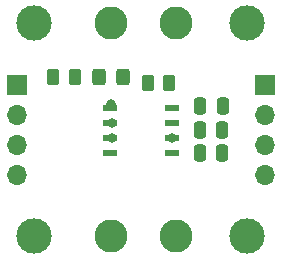
<source format=gts>
%TF.GenerationSoftware,KiCad,Pcbnew,7.0.6*%
%TF.CreationDate,2023-11-15T13:44:32-06:00*%
%TF.ProjectId,TorqueSensorAmpifierPCB,546f7271-7565-4536-956e-736f72416d70,rev?*%
%TF.SameCoordinates,Original*%
%TF.FileFunction,Soldermask,Top*%
%TF.FilePolarity,Negative*%
%FSLAX46Y46*%
G04 Gerber Fmt 4.6, Leading zero omitted, Abs format (unit mm)*
G04 Created by KiCad (PCBNEW 7.0.6) date 2023-11-15 13:44:32*
%MOMM*%
%LPD*%
G01*
G04 APERTURE LIST*
G04 Aperture macros list*
%AMRoundRect*
0 Rectangle with rounded corners*
0 $1 Rounding radius*
0 $2 $3 $4 $5 $6 $7 $8 $9 X,Y pos of 4 corners*
0 Add a 4 corners polygon primitive as box body*
4,1,4,$2,$3,$4,$5,$6,$7,$8,$9,$2,$3,0*
0 Add four circle primitives for the rounded corners*
1,1,$1+$1,$2,$3*
1,1,$1+$1,$4,$5*
1,1,$1+$1,$6,$7*
1,1,$1+$1,$8,$9*
0 Add four rect primitives between the rounded corners*
20,1,$1+$1,$2,$3,$4,$5,0*
20,1,$1+$1,$4,$5,$6,$7,0*
20,1,$1+$1,$6,$7,$8,$9,0*
20,1,$1+$1,$8,$9,$2,$3,0*%
G04 Aperture macros list end*
%ADD10C,3.000000*%
%ADD11C,2.800000*%
%ADD12RoundRect,0.250000X0.325000X0.450000X-0.325000X0.450000X-0.325000X-0.450000X0.325000X-0.450000X0*%
%ADD13R,1.700000X1.700000*%
%ADD14O,1.700000X1.700000*%
%ADD15R,1.257300X0.508000*%
%ADD16RoundRect,0.250000X-0.250000X-0.475000X0.250000X-0.475000X0.250000X0.475000X-0.250000X0.475000X0*%
%ADD17RoundRect,0.250000X0.262500X0.450000X-0.262500X0.450000X-0.262500X-0.450000X0.262500X-0.450000X0*%
%ADD18RoundRect,0.250000X-0.262500X-0.450000X0.262500X-0.450000X0.262500X0.450000X-0.262500X0.450000X0*%
%ADD19C,0.800000*%
G04 APERTURE END LIST*
D10*
%TO.C,H3*%
X79000000Y-91500000D03*
%TD*%
D11*
%TO.C,TP1*%
X73000000Y-91500000D03*
%TD*%
D10*
%TO.C,H2*%
X61000000Y-109500000D03*
%TD*%
D12*
%TO.C,D1*%
X68525000Y-96000000D03*
X66475000Y-96000000D03*
%TD*%
D13*
%TO.C,J2*%
X80500000Y-96700000D03*
D14*
X80500000Y-99240000D03*
X80500000Y-101780000D03*
X80500000Y-104320000D03*
%TD*%
D11*
%TO.C,TP4*%
X73000000Y-109500000D03*
%TD*%
D15*
%TO.C,U1*%
X67402450Y-98690000D03*
X67402450Y-99960000D03*
X67402450Y-101230000D03*
X67402450Y-102500000D03*
X72647550Y-102500000D03*
X72647550Y-101230000D03*
X72647550Y-99960000D03*
X72647550Y-98690000D03*
%TD*%
D11*
%TO.C,TP2*%
X67500000Y-91500000D03*
%TD*%
%TO.C,TP3*%
X67500000Y-109500000D03*
%TD*%
D13*
%TO.C,J1*%
X59500000Y-96700000D03*
D14*
X59500000Y-99240000D03*
X59500000Y-101780000D03*
X59500000Y-104320000D03*
%TD*%
D10*
%TO.C,H1*%
X61000000Y-91500000D03*
%TD*%
%TO.C,H4*%
X79000000Y-109500000D03*
%TD*%
D16*
%TO.C,C2*%
X75050000Y-98500000D03*
X76950000Y-98500000D03*
%TD*%
D17*
%TO.C,R2*%
X70587500Y-96500000D03*
X72412500Y-96500000D03*
%TD*%
D16*
%TO.C,C3*%
X75000000Y-102500000D03*
X76900000Y-102500000D03*
%TD*%
D18*
%TO.C,R1*%
X62587500Y-96000000D03*
X64412500Y-96000000D03*
%TD*%
D16*
%TO.C,C1*%
X76900000Y-100500000D03*
X75000000Y-100500000D03*
%TD*%
D19*
X72412500Y-96500000D03*
X67500000Y-98275500D03*
X62587500Y-96000000D03*
X72647550Y-101230000D03*
X67550000Y-99960000D03*
X67550000Y-101230000D03*
M02*

</source>
